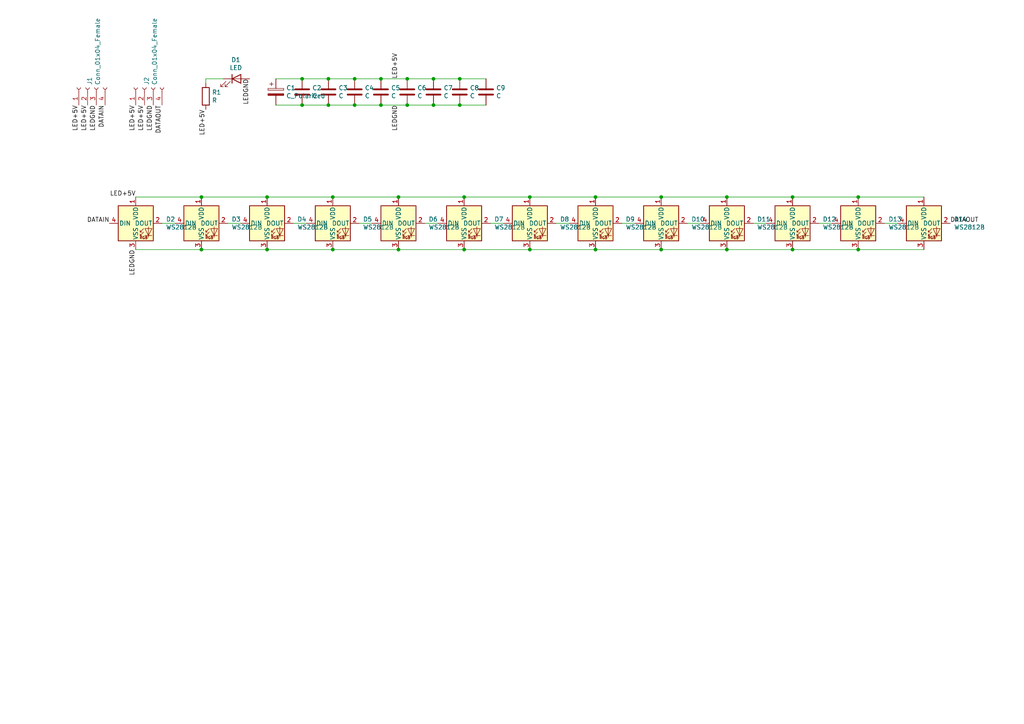
<source format=kicad_sch>
(kicad_sch (version 20211123) (generator eeschema)
  (paper "A4")
  (lib_symbols
    (symbol "Connector:Conn_01x04_Female" (pin_names (offset 1.016) hide)
      (property "Reference" "J" (at 0 5.08 0))
      (property "Value" "Conn_01x04_Female" (at 0 -7.62 0))
      (symbol "Conn_01x04_Female_1_1"
        (arc (start 0 -4.572) (mid -0.508 -5.08) (end 0 -5.588) (stroke (width 0.1524)))
        (arc (start 0 -2.032) (mid -0.508 -2.54) (end 0 -3.048) (stroke (width 0.1524)))
        (polyline (pts (xy -1.27 -5.08) (xy -0.508 -5.08)) (stroke (width 0.1524)))
        (polyline (pts (xy -1.27 -2.54) (xy -0.508 -2.54)) (stroke (width 0.1524)))
        (polyline (pts (xy -1.27 0) (xy -0.508 0)) (stroke (width 0.1524)))
        (polyline (pts (xy -1.27 2.54) (xy -0.508 2.54)) (stroke (width 0.1524)))
        (arc (start 0 0.508) (mid -0.508 0) (end 0 -0.508) (stroke (width 0.1524)))
        (arc (start 0 3.048) (mid -0.508 2.54) (end 0 2.032) (stroke (width 0.1524)))
        (pin passive line (at -5.08 2.54 0) (length 3.81) (name "Pin_1") (number "1"))
        (pin passive line (at -5.08 0 0) (length 3.81) (name "Pin_2") (number "2"))
        (pin passive line (at -5.08 -2.54 0) (length 3.81) (name "Pin_3") (number "3"))
        (pin passive line (at -5.08 -5.08 0) (length 3.81) (name "Pin_4") (number "4"))
      )
    )
    (symbol "Device:C" (pin_numbers hide) (pin_names (offset 0.254))
      (property "Reference" "C" (at 0.635 2.54 0))
      (property "Value" "C" (at 0.635 -2.54 0))
      (symbol "C_0_1"
        (polyline (pts (xy -2.032 -0.762) (xy 2.032 -0.762)) (stroke (width 0.508)))
        (polyline (pts (xy -2.032 0.762) (xy 2.032 0.762)) (stroke (width 0.508)))
      )
      (symbol "C_1_1"
        (pin passive line (at 0 3.81 270) (length 2.794) (name "~") (number "1"))
        (pin passive line (at 0 -3.81 90) (length 2.794) (name "~") (number "2"))
      )
    )
    (symbol "Device:C_Polarized" (pin_numbers hide) (pin_names (offset 0.254))
      (property "Reference" "C" (at 0.635 2.54 0))
      (property "Value" "C_Polarized" (at 0.635 -2.54 0))
      (symbol "C_Polarized_0_1"
        (rectangle (start -2.286 0.508) (end 2.286 1.016))
        (polyline (pts (xy -1.778 2.286) (xy -0.762 2.286)))
        (polyline (pts (xy -1.27 2.794) (xy -1.27 1.778)))
        (rectangle (start 2.286 -0.508) (end -2.286 -1.016) (fill (type outline)))
      )
      (symbol "C_Polarized_1_1"
        (pin passive line (at 0 3.81 270) (length 2.794) (name "~") (number "1"))
        (pin passive line (at 0 -3.81 90) (length 2.794) (name "~") (number "2"))
      )
    )
    (symbol "Device:LED" (pin_numbers hide) (pin_names (offset 1.016) hide)
      (property "Reference" "D" (at 0 2.54 0))
      (property "Value" "LED" (at 0 -2.54 0))
      (symbol "LED_0_1"
        (polyline (pts (xy -1.27 -1.27) (xy -1.27 1.27)) (stroke (width 0.254)))
        (polyline (pts (xy -1.27 0) (xy 1.27 0)))
        (polyline (pts (xy 1.27 -1.27) (xy 1.27 1.27) (xy -1.27 0) (xy 1.27 -1.27)) (stroke (width 0.254)))
        (polyline (pts (xy -3.048 -0.762) (xy -4.572 -2.286) (xy -3.81 -2.286) (xy -4.572 -2.286) (xy -4.572 -1.524)))
        (polyline (pts (xy -1.778 -0.762) (xy -3.302 -2.286) (xy -2.54 -2.286) (xy -3.302 -2.286) (xy -3.302 -1.524)))
      )
      (symbol "LED_1_1"
        (pin passive line (at -3.81 0 0) (length 2.54) (name "K") (number "1"))
        (pin passive line (at 3.81 0 180) (length 2.54) (name "A") (number "2"))
      )
    )
    (symbol "Device:R" (pin_numbers hide) (pin_names (offset 0))
      (property "Reference" "R" (at 2.032 0 90))
      (property "Value" "R" (at 0 0 90))
      (symbol "R_0_1"
        (rectangle (start -1.016 -2.54) (end 1.016 2.54) (stroke (width 0.254)))
      )
      (symbol "R_1_1"
        (pin passive line (at 0 3.81 270) (length 1.27) (name "~") (number "1"))
        (pin passive line (at 0 -3.81 90) (length 1.27) (name "~") (number "2"))
      )
    )
    (symbol "LED:WS2812B" (pin_names (offset 0.254))
      (property "Reference" "D" (at 5.08 5.715 0))
      (property "Value" "WS2812B" (at 1.27 -5.715 0))
      (symbol "WS2812B_0_0"
        (text "RGB" (at 2.286 -4.191 0) (effects (font (size 0.762 0.762))))
      )
      (symbol "WS2812B_0_1"
        (polyline (pts (xy 1.27 -3.556) (xy 1.778 -3.556)))
        (polyline (pts (xy 1.27 -2.54) (xy 1.778 -2.54)))
        (polyline (pts (xy 4.699 -3.556) (xy 2.667 -3.556)))
        (polyline (pts (xy 2.286 -2.54) (xy 1.27 -3.556) (xy 1.27 -3.048)))
        (polyline (pts (xy 2.286 -1.524) (xy 1.27 -2.54) (xy 1.27 -2.032)))
        (polyline (pts (xy 3.683 -1.016) (xy 3.683 -3.556) (xy 3.683 -4.064)))
        (polyline (pts (xy 4.699 -1.524) (xy 2.667 -1.524) (xy 3.683 -3.556) (xy 4.699 -1.524)))
        (rectangle (start 5.08 5.08) (end -5.08 -5.08) (stroke (width 0.254)) (fill (type background)))
      )
      (symbol "WS2812B_1_1"
        (pin power_in line (at 0 7.62 270) (length 2.54) (name "VDD") (number "1"))
        (pin output line (at 7.62 0 180) (length 2.54) (name "DOUT") (number "2"))
        (pin power_in line (at 0 -7.62 90) (length 2.54) (name "VSS") (number "3"))
        (pin input line (at -7.62 0 0) (length 2.54) (name "DIN") (number "4"))
      )
    )
  )
  (junction (at 87.63 22.86))
  (junction (at 96.52 57.15))
  (junction (at 87.63 30.48))
  (junction (at 133.35 30.48))
  (junction (at 210.82 57.15))
  (junction (at 172.72 57.15))
  (junction (at 248.92 72.39))
  (junction (at 229.87 57.15))
  (junction (at 95.25 22.86))
  (junction (at 118.11 30.48))
  (junction (at 96.52 72.39))
  (junction (at 133.35 22.86))
  (junction (at 248.92 57.15))
  (junction (at 191.77 57.15))
  (junction (at 58.42 72.39))
  (junction (at 172.72 72.39))
  (junction (at 77.47 72.39))
  (junction (at 118.11 22.86))
  (junction (at 125.73 30.48))
  (junction (at 210.82 72.39))
  (junction (at 110.49 22.86))
  (junction (at 134.62 72.39))
  (junction (at 115.57 72.39))
  (junction (at 125.73 22.86))
  (junction (at 191.77 72.39))
  (junction (at 229.87 72.39))
  (junction (at 153.67 57.15))
  (junction (at 77.47 57.15))
  (junction (at 115.57 57.15))
  (junction (at 153.67 72.39))
  (junction (at 58.42 57.15))
  (junction (at 95.25 30.48))
  (junction (at 102.87 22.86))
  (junction (at 134.62 57.15))
  (junction (at 110.49 30.48))
  (junction (at 102.87 30.48))
  (wire (pts (xy 133.35 30.48) (xy 125.73 30.48)))
  (wire (pts (xy 153.67 57.15) (xy 134.62 57.15)))
  (wire (pts (xy 161.29 64.77) (xy 165.1 64.77)))
  (wire (pts (xy 134.62 72.39) (xy 153.67 72.39)))
  (wire (pts (xy 96.52 57.15) (xy 77.47 57.15)))
  (wire (pts (xy 229.87 57.15) (xy 210.82 57.15)))
  (wire (pts (xy 115.57 72.39) (xy 134.62 72.39)))
  (wire (pts (xy 180.34 64.77) (xy 184.15 64.77)))
  (wire (pts (xy 125.73 22.86) (xy 133.35 22.86)))
  (wire (pts (xy 237.49 64.77) (xy 241.3 64.77)))
  (wire (pts (xy 58.42 72.39) (xy 77.47 72.39)))
  (wire (pts (xy 95.25 30.48) (xy 87.63 30.48)))
  (wire (pts (xy 110.49 30.48) (xy 102.87 30.48)))
  (wire (pts (xy 172.72 57.15) (xy 153.67 57.15)))
  (wire (pts (xy 77.47 57.15) (xy 58.42 57.15)))
  (wire (pts (xy 87.63 22.86) (xy 95.25 22.86)))
  (wire (pts (xy 199.39 64.77) (xy 203.2 64.77)))
  (wire (pts (xy 134.62 57.15) (xy 115.57 57.15)))
  (wire (pts (xy 229.87 72.39) (xy 248.92 72.39)))
  (wire (pts (xy 123.19 64.77) (xy 127 64.77)))
  (wire (pts (xy 118.11 30.48) (xy 110.49 30.48)))
  (wire (pts (xy 39.37 72.39) (xy 58.42 72.39)))
  (wire (pts (xy 153.67 72.39) (xy 172.72 72.39)))
  (wire (pts (xy 46.99 64.77) (xy 50.8 64.77)))
  (wire (pts (xy 59.69 22.86) (xy 59.69 24.13)))
  (wire (pts (xy 64.77 22.86) (xy 59.69 22.86)))
  (wire (pts (xy 118.11 22.86) (xy 125.73 22.86)))
  (wire (pts (xy 191.77 72.39) (xy 210.82 72.39)))
  (wire (pts (xy 102.87 30.48) (xy 95.25 30.48)))
  (wire (pts (xy 256.54 64.77) (xy 260.35 64.77)))
  (wire (pts (xy 95.25 22.86) (xy 102.87 22.86)))
  (wire (pts (xy 191.77 57.15) (xy 172.72 57.15)))
  (wire (pts (xy 142.24 64.77) (xy 146.05 64.77)))
  (wire (pts (xy 87.63 30.48) (xy 80.01 30.48)))
  (wire (pts (xy 140.97 30.48) (xy 133.35 30.48)))
  (wire (pts (xy 104.14 64.77) (xy 107.95 64.77)))
  (wire (pts (xy 66.04 64.77) (xy 69.85 64.77)))
  (wire (pts (xy 58.42 57.15) (xy 39.37 57.15)))
  (wire (pts (xy 77.47 72.39) (xy 96.52 72.39)))
  (wire (pts (xy 248.92 57.15) (xy 229.87 57.15)))
  (wire (pts (xy 80.01 22.86) (xy 87.63 22.86)))
  (wire (pts (xy 210.82 72.39) (xy 229.87 72.39)))
  (wire (pts (xy 85.09 64.77) (xy 88.9 64.77)))
  (wire (pts (xy 218.44 64.77) (xy 222.25 64.77)))
  (wire (pts (xy 102.87 22.86) (xy 110.49 22.86)))
  (wire (pts (xy 125.73 30.48) (xy 118.11 30.48)))
  (wire (pts (xy 96.52 72.39) (xy 115.57 72.39)))
  (wire (pts (xy 133.35 22.86) (xy 140.97 22.86)))
  (wire (pts (xy 115.57 57.15) (xy 96.52 57.15)))
  (wire (pts (xy 172.72 72.39) (xy 191.77 72.39)))
  (wire (pts (xy 210.82 57.15) (xy 191.77 57.15)))
  (wire (pts (xy 110.49 22.86) (xy 118.11 22.86)))
  (wire (pts (xy 248.92 72.39) (xy 267.97 72.39)))
  (wire (pts (xy 267.97 57.15) (xy 248.92 57.15)))
  (label "LED+5V" (at 39.37 30.48 270))
  (label "LEDGND" (at 27.94 30.48 270))
  (label "LED+5V" (at 25.4 30.48 270))
  (label "LED+5V" (at 115.57 22.86 90))
  (label "DATAIN" (at 30.48 30.48 270))
  (label "LED+5V" (at 39.37 57.15 180))
  (label "LEDGND" (at 115.57 30.48 270))
  (label "DATAIN" (at 31.75 64.77 180))
  (label "LEDGND" (at 72.39 22.86 270))
  (label "LED+5V" (at 59.69 31.75 270))
  (label "LEDGND" (at 39.37 72.39 270))
  (label "LEDGND" (at 44.45 30.48 270))
  (label "DATAOUT" (at 46.99 30.48 270))
  (label "DATAOUT" (at 275.59 64.77 0))
  (label "LED+5V" (at 41.91 30.48 270))
  (label "LED+5V" (at 22.86 30.48 270))
  (symbol (lib_id "Connector:Conn_01x04_Female") (at 25.4 25.4 90) (unit 1)
    (property "Reference" "J1" (at 26.0096 24.6888 0) (effects (justify left)))
    (property "Value" "Conn_01x04_Female" (at 28.321 24.6888 0) (effects (justify left)))
    (property "Footprint" "Connector_Molex:Molex_Mini-Fit_Jr_5566-04A_2x02_P4.20mm_Vertical" (effects hide))
  )
  (symbol (lib_id "Connector:Conn_01x04_Female") (at 41.91 25.4 90) (unit 1)
    (property "Reference" "J2" (at 42.5196 24.6888 0) (effects (justify left)))
    (property "Value" "Conn_01x04_Female" (at 44.831 24.6888 0) (effects (justify left)))
    (property "Footprint" "Connector_Molex:Molex_Mini-Fit_Jr_5566-04A_2x02_P4.20mm_Vertical" (effects hide))
  )
  (symbol (lib_id "Device:LED") (at 68.58 22.86 0) (unit 1)
    (property "Reference" "D1" (at 68.4022 17.3482 0))
    (property "Value" "LED" (at 68.4022 19.6596 0))
    (property "Footprint" "LED_THT:LED_D3.0mm" (effects hide))
  )
  (symbol (lib_id "Device:C_Polarized") (at 80.01 26.67 0) (unit 1)
    (property "Reference" "C1" (at 83.0072 25.5016 0) (effects (justify left)))
    (property "Value" "C_Polarized" (at 83.0072 27.813 0) (effects (justify left)))
    (property "Footprint" "Capacitor_SMD:CP_Elec_8x10" (effects hide))
  )
  (symbol (lib_id "Device:C") (at 87.63 26.67 0) (unit 1)
    (property "Reference" "C2" (at 90.551 25.5016 0) (effects (justify left)))
    (property "Value" "C" (at 90.551 27.813 0) (effects (justify left)))
    (property "Footprint" "Capacitor_SMD:C_0603_1608Metric" (effects hide))
  )
  (symbol (lib_id "Device:C") (at 95.25 26.67 0) (unit 1)
    (property "Reference" "C3" (at 98.171 25.5016 0) (effects (justify left)))
    (property "Value" "C" (at 98.171 27.813 0) (effects (justify left)))
    (property "Footprint" "Capacitor_SMD:C_0603_1608Metric" (effects hide))
  )
  (symbol (lib_id "Device:C") (at 102.87 26.67 0) (unit 1)
    (property "Reference" "C4" (at 105.791 25.5016 0) (effects (justify left)))
    (property "Value" "C" (at 105.791 27.813 0) (effects (justify left)))
    (property "Footprint" "Capacitor_SMD:C_0603_1608Metric" (effects hide))
  )
  (symbol (lib_id "Device:C") (at 110.49 26.67 0) (unit 1)
    (property "Reference" "C5" (at 113.411 25.5016 0) (effects (justify left)))
    (property "Value" "C" (at 113.411 27.813 0) (effects (justify left)))
    (property "Footprint" "Capacitor_SMD:C_0603_1608Metric" (effects hide))
  )
  (symbol (lib_id "Device:C") (at 118.11 26.67 0) (unit 1)
    (property "Reference" "C6" (at 121.031 25.5016 0) (effects (justify left)))
    (property "Value" "C" (at 121.031 27.813 0) (effects (justify left)))
    (property "Footprint" "Capacitor_SMD:C_0603_1608Metric" (effects hide))
  )
  (symbol (lib_id "Device:C") (at 125.73 26.67 0) (unit 1)
    (property "Reference" "C7" (at 128.651 25.5016 0) (effects (justify left)))
    (property "Value" "C" (at 128.651 27.813 0) (effects (justify left)))
    (property "Footprint" "Capacitor_SMD:C_0603_1608Metric" (effects hide))
  )
  (symbol (lib_id "Device:C") (at 133.35 26.67 0) (unit 1)
    (property "Reference" "C8" (at 136.271 25.5016 0) (effects (justify left)))
    (property "Value" "C" (at 136.271 27.813 0) (effects (justify left)))
    (property "Footprint" "Capacitor_SMD:C_0603_1608Metric" (effects hide))
  )
  (symbol (lib_id "Device:C") (at 140.97 26.67 0) (unit 1)
    (property "Reference" "C9" (at 143.891 25.5016 0) (effects (justify left)))
    (property "Value" "C" (at 143.891 27.813 0) (effects (justify left)))
    (property "Footprint" "Capacitor_SMD:C_0603_1608Metric" (effects hide))
  )
  (symbol (lib_id "Device:R") (at 59.69 27.94 0) (unit 1)
    (property "Reference" "R1" (at 61.468 26.7716 0) (effects (justify left)))
    (property "Value" "R" (at 61.468 29.083 0) (effects (justify left)))
    (property "Footprint" "Resistor_SMD:R_0603_1608Metric" (effects hide))
  )
  (symbol (lib_id "LED:WS2812B") (at 39.37 64.77 0) (unit 1)
    (property "Reference" "D2" (at 48.1076 63.6016 0) (effects (justify left)))
    (property "Value" "WS2812B" (at 48.1076 65.913 0) (effects (justify left)))
    (property "Footprint" "LED_SMD:LED_WS2812B_PLCC4_5.0x5.0mm_P3.2mm" (effects hide))
    (property "Datasheet" "https://cdn-shop.adafruit.com/datasheets/WS2812B.pdf" (effects hide))
  )
  (symbol (lib_id "LED:WS2812B") (at 58.42 64.77 0) (unit 1)
    (property "Reference" "D3" (at 67.1576 63.6016 0) (effects (justify left)))
    (property "Value" "WS2812B" (at 67.1576 65.913 0) (effects (justify left)))
    (property "Footprint" "LED_SMD:LED_WS2812B_PLCC4_5.0x5.0mm_P3.2mm" (effects hide))
    (property "Datasheet" "https://cdn-shop.adafruit.com/datasheets/WS2812B.pdf" (effects hide))
  )
  (symbol (lib_id "LED:WS2812B") (at 77.47 64.77 0) (unit 1)
    (property "Reference" "D4" (at 86.2076 63.6016 0) (effects (justify left)))
    (property "Value" "WS2812B" (at 86.2076 65.913 0) (effects (justify left)))
    (property "Footprint" "LED_SMD:LED_WS2812B_PLCC4_5.0x5.0mm_P3.2mm" (effects hide))
    (property "Datasheet" "https://cdn-shop.adafruit.com/datasheets/WS2812B.pdf" (effects hide))
  )
  (symbol (lib_id "LED:WS2812B") (at 96.52 64.77 0) (unit 1)
    (property "Reference" "D5" (at 105.2576 63.6016 0) (effects (justify left)))
    (property "Value" "WS2812B" (at 105.2576 65.913 0) (effects (justify left)))
    (property "Footprint" "LED_SMD:LED_WS2812B_PLCC4_5.0x5.0mm_P3.2mm" (effects hide))
    (property "Datasheet" "https://cdn-shop.adafruit.com/datasheets/WS2812B.pdf" (effects hide))
  )
  (symbol (lib_id "LED:WS2812B") (at 115.57 64.77 0) (unit 1)
    (property "Reference" "D6" (at 124.3076 63.6016 0) (effects (justify left)))
    (property "Value" "WS2812B" (at 124.3076 65.913 0) (effects (justify left)))
    (property "Footprint" "LED_SMD:LED_WS2812B_PLCC4_5.0x5.0mm_P3.2mm" (effects hide))
    (property "Datasheet" "https://cdn-shop.adafruit.com/datasheets/WS2812B.pdf" (effects hide))
  )
  (symbol (lib_id "LED:WS2812B") (at 134.62 64.77 0) (unit 1)
    (property "Reference" "D7" (at 143.3576 63.6016 0) (effects (justify left)))
    (property "Value" "WS2812B" (at 143.3576 65.913 0) (effects (justify left)))
    (property "Footprint" "LED_SMD:LED_WS2812B_PLCC4_5.0x5.0mm_P3.2mm" (effects hide))
    (property "Datasheet" "https://cdn-shop.adafruit.com/datasheets/WS2812B.pdf" (effects hide))
  )
  (symbol (lib_id "LED:WS2812B") (at 153.67 64.77 0) (unit 1)
    (property "Reference" "D8" (at 162.4076 63.6016 0) (effects (justify left)))
    (property "Value" "WS2812B" (at 162.4076 65.913 0) (effects (justify left)))
    (property "Footprint" "LED_SMD:LED_WS2812B_PLCC4_5.0x5.0mm_P3.2mm" (effects hide))
    (property "Datasheet" "https://cdn-shop.adafruit.com/datasheets/WS2812B.pdf" (effects hide))
  )
  (symbol (lib_id "LED:WS2812B") (at 172.72 64.77 0) (unit 1)
    (property "Reference" "D9" (at 181.4576 63.6016 0) (effects (justify left)))
    (property "Value" "WS2812B" (at 181.4576 65.913 0) (effects (justify left)))
    (property "Footprint" "LED_SMD:LED_WS2812B_PLCC4_5.0x5.0mm_P3.2mm" (effects hide))
    (property "Datasheet" "https://cdn-shop.adafruit.com/datasheets/WS2812B.pdf" (effects hide))
  )
  (symbol (lib_id "LED:WS2812B") (at 191.77 64.77 0) (unit 1)
    (property "Reference" "D10" (at 200.5076 63.6016 0) (effects (justify left)))
    (property "Value" "WS2812B" (at 200.5076 65.913 0) (effects (justify left)))
    (property "Footprint" "LED_SMD:LED_WS2812B_PLCC4_5.0x5.0mm_P3.2mm" (effects hide))
    (property "Datasheet" "https://cdn-shop.adafruit.com/datasheets/WS2812B.pdf" (effects hide))
  )
  (symbol (lib_id "LED:WS2812B") (at 210.82 64.77 0) (unit 1)
    (property "Reference" "D11" (at 219.5576 63.6016 0) (effects (justify left)))
    (property "Value" "WS2812B" (at 219.5576 65.913 0) (effects (justify left)))
    (property "Footprint" "LED_SMD:LED_WS2812B_PLCC4_5.0x5.0mm_P3.2mm" (effects hide))
    (property "Datasheet" "https://cdn-shop.adafruit.com/datasheets/WS2812B.pdf" (effects hide))
  )
  (symbol (lib_id "LED:WS2812B") (at 229.87 64.77 0) (unit 1)
    (property "Reference" "D12" (at 238.6076 63.6016 0) (effects (justify left)))
    (property "Value" "WS2812B" (at 238.6076 65.913 0) (effects (justify left)))
    (property "Footprint" "LED_SMD:LED_WS2812B_PLCC4_5.0x5.0mm_P3.2mm" (effects hide))
    (property "Datasheet" "https://cdn-shop.adafruit.com/datasheets/WS2812B.pdf" (effects hide))
  )
  (symbol (lib_id "LED:WS2812B") (at 248.92 64.77 0) (unit 1)
    (property "Reference" "D13" (at 257.6576 63.6016 0) (effects (justify left)))
    (property "Value" "WS2812B" (at 257.6576 65.913 0) (effects (justify left)))
    (property "Footprint" "LED_SMD:LED_WS2812B_PLCC4_5.0x5.0mm_P3.2mm" (effects hide))
    (property "Datasheet" "https://cdn-shop.adafruit.com/datasheets/WS2812B.pdf" (effects hide))
  )
  (symbol (lib_id "LED:WS2812B") (at 267.97 64.77 0) (unit 1)
    (property "Reference" "D14" (at 276.7076 63.6016 0) (effects (justify left)))
    (property "Value" "WS2812B" (at 276.7076 65.913 0) (effects (justify left)))
    (property "Footprint" "LED_SMD:LED_WS2812B_PLCC4_5.0x5.0mm_P3.2mm" (effects hide))
    (property "Datasheet" "https://cdn-shop.adafruit.com/datasheets/WS2812B.pdf" (effects hide))
  )
)
</source>
